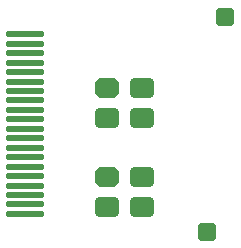
<source format=gbr>
%TF.GenerationSoftware,Altium Limited,Altium Designer,25.5.2 (35)*%
G04 Layer_Color=255*
%FSLAX45Y45*%
%MOMM*%
%TF.SameCoordinates,263EE719-961F-4448-A72E-CF07F5483F46*%
%TF.FilePolarity,Positive*%
%TF.FileFunction,Pads,Top*%
%TF.Part,Single*%
G01*
G75*
%TA.AperFunction,SMDPad,CuDef*%
G04:AMPARAMS|DCode=10|XSize=3.2mm|YSize=0.5mm|CornerRadius=0.125mm|HoleSize=0mm|Usage=FLASHONLY|Rotation=0.000|XOffset=0mm|YOffset=0mm|HoleType=Round|Shape=RoundedRectangle|*
%AMROUNDEDRECTD10*
21,1,3.20000,0.25000,0,0,0.0*
21,1,2.95000,0.50000,0,0,0.0*
1,1,0.25000,1.47500,-0.12500*
1,1,0.25000,-1.47500,-0.12500*
1,1,0.25000,-1.47500,0.12500*
1,1,0.25000,1.47500,0.12500*
%
%ADD10ROUNDEDRECTD10*%
%TA.AperFunction,ComponentPad*%
G04:AMPARAMS|DCode=14|XSize=1.7mm|YSize=2.1mm|CornerRadius=0.425mm|HoleSize=0mm|Usage=FLASHONLY|Rotation=270.000|XOffset=0mm|YOffset=0mm|HoleType=Round|Shape=RoundedRectangle|*
%AMROUNDEDRECTD14*
21,1,1.70000,1.25001,0,0,270.0*
21,1,0.85000,2.10000,0,0,270.0*
1,1,0.85000,-0.62500,-0.42500*
1,1,0.85000,-0.62500,0.42500*
1,1,0.85000,0.62500,0.42500*
1,1,0.85000,0.62500,-0.42500*
%
%ADD14ROUNDEDRECTD14*%
G04:AMPARAMS|DCode=15|XSize=1.7mm|YSize=2.1mm|CornerRadius=0mm|HoleSize=0mm|Usage=FLASHONLY|Rotation=270.000|XOffset=0mm|YOffset=0mm|HoleType=Round|Shape=Octagon|*
%AMOCTAGOND15*
4,1,8,1.05000,0.42500,1.05000,-0.42500,0.62500,-0.85000,-0.62500,-0.85000,-1.05000,-0.42500,-1.05000,0.42500,-0.62500,0.85000,0.62500,0.85000,1.05000,0.42500,0.0*
%
%ADD15OCTAGOND15*%

G04:AMPARAMS|DCode=16|XSize=1.55mm|YSize=1.6mm|CornerRadius=0.3875mm|HoleSize=0mm|Usage=FLASHONLY|Rotation=270.000|XOffset=0mm|YOffset=0mm|HoleType=Round|Shape=RoundedRectangle|*
%AMROUNDEDRECTD16*
21,1,1.55000,0.82500,0,0,270.0*
21,1,0.77500,1.60000,0,0,270.0*
1,1,0.77500,-0.41250,-0.38750*
1,1,0.77500,-0.41250,0.38750*
1,1,0.77500,0.41250,0.38750*
1,1,0.77500,0.41250,-0.38750*
%
%ADD16ROUNDEDRECTD16*%
D10*
X300000Y830000D02*
D03*
Y750000D02*
D03*
Y670000D02*
D03*
Y590000D02*
D03*
Y990000D02*
D03*
Y910000D02*
D03*
Y1230000D02*
D03*
Y1070000D02*
D03*
Y1470000D02*
D03*
Y1150000D02*
D03*
Y1390000D02*
D03*
Y1310000D02*
D03*
Y1630000D02*
D03*
Y1870000D02*
D03*
Y1950000D02*
D03*
Y2030000D02*
D03*
Y1550000D02*
D03*
Y2110000D02*
D03*
Y1710000D02*
D03*
Y1790000D02*
D03*
D14*
X1000000Y1406000D02*
D03*
X1294000D02*
D03*
Y1660000D02*
D03*
X1000000Y646000D02*
D03*
X1294000D02*
D03*
Y900000D02*
D03*
D15*
X1000000Y1660000D02*
D03*
Y900000D02*
D03*
D16*
X1847000Y440000D02*
D03*
X1997000Y2260000D02*
D03*
%TF.MD5,71af67b2b36472100609677676d2722c*%
M02*

</source>
